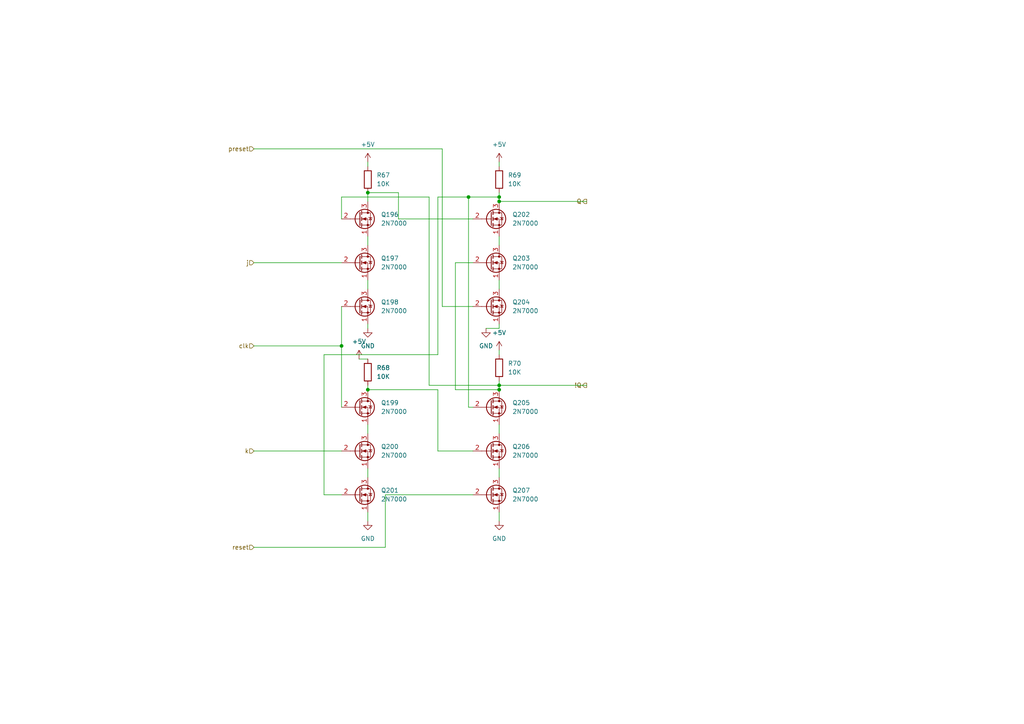
<source format=kicad_sch>
(kicad_sch (version 20231120) (generator "eeschema") (generator_version "8.0")
  (paper "A4")
  (lib_symbols
    (symbol "Device:R" (pin_numbers hide) (pin_names (offset 0))
      (property "Reference" "R" (at 2.032 0 90))
      (property "Value" "R" (at 0 0 90))
      (symbol "R_0_1"
        (rectangle (start -1.016 -2.54) (end 1.016 2.54) (stroke (width 0.254)))
      )
      (symbol "R_1_1"
        (pin passive line (at 0 3.81 270) (length 1.27) (name "~") (number "1"))
        (pin passive line (at 0 -3.81 90) (length 1.27) (name "~") (number "2"))
      )
    )
    (symbol "Transistor_FET:2N7000" (pin_names hide)
      (property "Reference" "Q" (at 5.08 1.905 0))
      (property "Value" "2N7000" (at 5.08 0 0))
      (symbol "2N7000_0_1"
        (polyline (pts (xy 0.254 0) (xy -2.54 0)))
        (polyline (pts (xy 0.254 1.905) (xy 0.254 -1.905)) (stroke (width 0.254)))
        (polyline (pts (xy 0.762 -1.27) (xy 0.762 -2.286)) (stroke (width 0.254)))
        (polyline (pts (xy 0.762 0.508) (xy 0.762 -0.508)) (stroke (width 0.254)))
        (polyline (pts (xy 0.762 2.286) (xy 0.762 1.27)) (stroke (width 0.254)))
        (polyline (pts (xy 2.54 2.54) (xy 2.54 1.778)))
        (polyline (pts (xy 2.54 -2.54) (xy 2.54 0) (xy 0.762 0)))
        (polyline (pts (xy 0.762 -1.778) (xy 3.302 -1.778) (xy 3.302 1.778) (xy 0.762 1.778)))
        (polyline (pts (xy 1.016 0) (xy 2.032 0.381) (xy 2.032 -0.381) (xy 1.016 0)) (fill (type outline)))
        (polyline (pts (xy 2.794 0.508) (xy 2.921 0.381) (xy 3.683 0.381) (xy 3.81 0.254)))
        (polyline (pts (xy 3.302 0.381) (xy 2.921 -0.254) (xy 3.683 -0.254) (xy 3.302 0.381)))
        (circle (center 1.651 0) (radius 2.794) (stroke (width 0.254)))
        (circle (center 2.54 -1.778) (radius 0.254) (fill (type outline)))
        (circle (center 2.54 1.778) (radius 0.254) (fill (type outline)))
      )
      (symbol "2N7000_1_1"
        (pin passive line (at 2.54 -5.08 90) (length 2.54) (name "S") (number "1"))
        (pin input line (at -5.08 0 0) (length 2.54) (name "G") (number "2"))
        (pin passive line (at 2.54 5.08 270) (length 2.54) (name "D") (number "3"))
      )
    )
    (symbol "power:+5V" (power) (pin_names (offset 0))
      (property "Value" "+5V" (at 0 3.556 0))
      (symbol "+5V_0_1"
        (polyline (pts (xy -0.762 1.27) (xy 0 2.54)))
        (polyline (pts (xy 0 0) (xy 0 2.54)))
        (polyline (pts (xy 0 2.54) (xy 0.762 1.27)))
      )
      (symbol "+5V_1_1"
        (pin power_in line (at 0 0 90) (length 0) hide (name "+5V") (number "1"))
      )
    )
    (symbol "power:GND" (power) (pin_names (offset 0))
      (property "Value" "GND" (at 0 -3.81 0))
      (symbol "GND_0_1"
        (polyline (pts (xy 0 0) (xy 0 -1.27) (xy 1.27 -1.27) (xy 0 -2.54) (xy -1.27 -1.27) (xy 0 -1.27)))
      )
      (symbol "GND_1_1"
        (pin power_in line (at 0 0 270) (length 0) hide (name "GND") (number "1"))
      )
    )
  )
  (junction (at 106.68 113.03))
  (junction (at 144.78 57.15))
  (junction (at 144.78 111.76))
  (junction (at 106.68 55.88))
  (junction (at 144.78 58.42))
  (junction (at 144.78 113.03))
  (junction (at 99.06 100.33))
  (junction (at 135.89 57.15))
  (wire (pts (xy 132.08 76.2) (xy 137.16 76.2)))
  (wire (pts (xy 124.46 111.76) (xy 144.78 111.76)))
  (wire (pts (xy 124.46 57.15) (xy 99.06 57.15)))
  (wire (pts (xy 106.68 68.58) (xy 106.68 71.12)))
  (wire (pts (xy 128.27 88.9) (xy 137.16 88.9)))
  (wire (pts (xy 106.68 111.76) (xy 106.68 113.03)))
  (wire (pts (xy 106.68 123.19) (xy 106.68 125.73)))
  (wire (pts (xy 73.66 76.2) (xy 99.06 76.2)))
  (wire (pts (xy 106.68 93.98) (xy 106.68 95.25)))
  (wire (pts (xy 104.14 104.14) (xy 106.68 104.14)))
  (wire (pts (xy 144.78 110.49) (xy 144.78 111.76)))
  (wire (pts (xy 106.68 46.99) (xy 106.68 48.26)))
  (wire (pts (xy 124.46 57.15) (xy 124.46 111.76)))
  (wire (pts (xy 144.78 68.58) (xy 144.78 71.12)))
  (wire (pts (xy 111.76 158.75) (xy 111.76 143.51)))
  (wire (pts (xy 73.66 43.18) (xy 128.27 43.18)))
  (wire (pts (xy 144.78 81.28) (xy 144.78 83.82)))
  (wire (pts (xy 99.06 100.33) (xy 99.06 118.11)))
  (wire (pts (xy 144.78 93.98) (xy 144.78 95.25)))
  (wire (pts (xy 99.06 57.15) (xy 99.06 63.5)))
  (wire (pts (xy 144.78 55.88) (xy 144.78 57.15)))
  (wire (pts (xy 93.98 143.51) (xy 99.06 143.51)))
  (wire (pts (xy 115.57 63.5) (xy 115.57 55.88)))
  (wire (pts (xy 144.78 46.99) (xy 144.78 48.26)))
  (wire (pts (xy 99.06 88.9) (xy 99.06 100.33)))
  (wire (pts (xy 127 113.03) (xy 127 130.81)))
  (wire (pts (xy 144.78 135.89) (xy 144.78 138.43)))
  (wire (pts (xy 137.16 118.11) (xy 135.89 118.11)))
  (wire (pts (xy 73.66 100.33) (xy 99.06 100.33)))
  (wire (pts (xy 127 57.15) (xy 127 102.87)))
  (wire (pts (xy 128.27 43.18) (xy 128.27 88.9)))
  (wire (pts (xy 111.76 143.51) (xy 137.16 143.51)))
  (wire (pts (xy 144.78 101.6) (xy 144.78 102.87)))
  (wire (pts (xy 73.66 130.81) (xy 99.06 130.81)))
  (wire (pts (xy 144.78 111.76) (xy 144.78 113.03)))
  (wire (pts (xy 144.78 148.59) (xy 144.78 151.13)))
  (wire (pts (xy 73.66 158.75) (xy 111.76 158.75)))
  (wire (pts (xy 127 130.81) (xy 137.16 130.81)))
  (wire (pts (xy 106.68 135.89) (xy 106.68 138.43)))
  (wire (pts (xy 132.08 113.03) (xy 144.78 113.03)))
  (wire (pts (xy 144.78 57.15) (xy 144.78 58.42)))
  (wire (pts (xy 93.98 102.87) (xy 93.98 143.51)))
  (wire (pts (xy 144.78 111.76) (xy 170.18 111.76)))
  (wire (pts (xy 144.78 123.19) (xy 144.78 125.73)))
  (wire (pts (xy 106.68 113.03) (xy 127 113.03)))
  (wire (pts (xy 127 102.87) (xy 93.98 102.87)))
  (wire (pts (xy 115.57 55.88) (xy 106.68 55.88)))
  (wire (pts (xy 106.68 81.28) (xy 106.68 83.82)))
  (wire (pts (xy 140.97 95.25) (xy 144.78 95.25)))
  (wire (pts (xy 135.89 118.11) (xy 135.89 57.15)))
  (wire (pts (xy 106.68 55.88) (xy 106.68 58.42)))
  (wire (pts (xy 135.89 57.15) (xy 144.78 57.15)))
  (wire (pts (xy 132.08 113.03) (xy 132.08 76.2)))
  (wire (pts (xy 106.68 148.59) (xy 106.68 151.13)))
  (wire (pts (xy 137.16 63.5) (xy 115.57 63.5)))
  (wire (pts (xy 144.78 58.42) (xy 170.18 58.42)))
  (wire (pts (xy 127 57.15) (xy 135.89 57.15)))
  (hierarchical_label "k" (shape input) (at 73.66 130.81 180))
  (hierarchical_label "clk" (shape input) (at 73.66 100.33 180))
  (hierarchical_label "Q" (shape output) (at 170.18 58.42 180))
  (hierarchical_label "reset" (shape input) (at 73.66 158.75 180))
  (hierarchical_label "preset" (shape input) (at 73.66 43.18 180))
  (hierarchical_label "!Q" (shape output) (at 170.18 111.76 180))
  (hierarchical_label "j" (shape input) (at 73.66 76.2 180))
  (symbol (lib_id "Device:R") (at 144.78 52.07 0) (unit 1)
    (property "Reference" "R69" (at 147.32 50.7999 0) (effects (justify left)))
    (property "Value" "10K" (at 147.32 53.3399 0) (effects (justify left)))
    (property "Footprint" "Resistor_THT:R_Axial_DIN0204_L3.6mm_D1.6mm_P5.08mm_Horizontal" (effects (hide yes)))
    (property "Description" "Resistor" (effects (hide yes)))
  )
  (symbol (lib_id "Transistor_FET:2N7000") (at 142.24 143.51 0) (unit 1)
    (property "Reference" "Q207" (at 148.59 142.2399 0) (effects (justify left)))
    (property "Value" "2N7000" (at 148.59 144.7799 0) (effects (justify left)))
    (property "Footprint" "Package_TO_SOT_THT:TO-92_Inline" (effects (hide yes)))
    (property "Datasheet" "https://www.vishay.com/docs/70226/70226.pdf" (effects (hide yes)))
    (property "Description" "0.2A Id, 200V Vds, N-Channel MOSFET, 2.6V Logic Level, TO-92" (effects (hide yes)))
  )
  (symbol (lib_id "Transistor_FET:2N7000") (at 104.14 63.5 0) (unit 1)
    (property "Reference" "Q196" (at 110.49 62.2299 0) (effects (justify left)))
    (property "Value" "2N7000" (at 110.49 64.7699 0) (effects (justify left)))
    (property "Footprint" "Package_TO_SOT_THT:TO-92_Inline" (effects (hide yes)))
    (property "Datasheet" "https://www.vishay.com/docs/70226/70226.pdf" (effects (hide yes)))
    (property "Description" "0.2A Id, 200V Vds, N-Channel MOSFET, 2.6V Logic Level, TO-92" (effects (hide yes)))
  )
  (symbol (lib_id "Device:R") (at 144.78 106.68 0) (unit 1)
    (property "Reference" "R70" (at 147.32 105.4099 0) (effects (justify left)))
    (property "Value" "10K" (at 147.32 107.9499 0) (effects (justify left)))
    (property "Footprint" "Resistor_THT:R_Axial_DIN0204_L3.6mm_D1.6mm_P5.08mm_Horizontal" (effects (hide yes)))
    (property "Description" "Resistor" (effects (hide yes)))
  )
  (symbol (lib_id "Transistor_FET:2N7000") (at 104.14 76.2 0) (unit 1)
    (property "Reference" "Q197" (at 110.49 74.9299 0) (effects (justify left)))
    (property "Value" "2N7000" (at 110.49 77.4699 0) (effects (justify left)))
    (property "Footprint" "Package_TO_SOT_THT:TO-92_Inline" (effects (hide yes)))
    (property "Datasheet" "https://www.vishay.com/docs/70226/70226.pdf" (effects (hide yes)))
    (property "Description" "0.2A Id, 200V Vds, N-Channel MOSFET, 2.6V Logic Level, TO-92" (effects (hide yes)))
  )
  (symbol (lib_id "power:GND") (at 144.78 151.13 0) (unit 1)
    (property "Reference" "#PWR0157" (effects (hide yes)))
    (property "Value" "GND" (at 144.78 156.21 0))
    (property "Description" "Power symbol creates a global label with name \"GND\" , ground" (effects (hide yes)))
  )
  (symbol (lib_id "power:+5V") (at 106.68 46.99 0) (unit 1)
    (property "Reference" "#PWR0151" (effects (hide yes)))
    (property "Value" "+5V" (at 106.68 41.91 0))
    (property "Description" "Power symbol creates a global label with name \"+5V\"" (effects (hide yes)))
  )
  (symbol (lib_id "power:GND") (at 106.68 151.13 0) (unit 1)
    (property "Reference" "#PWR0153" (effects (hide yes)))
    (property "Value" "GND" (at 106.68 156.21 0))
    (property "Description" "Power symbol creates a global label with name \"GND\" , ground" (effects (hide yes)))
  )
  (symbol (lib_id "Transistor_FET:2N7000") (at 104.14 130.81 0) (unit 1)
    (property "Reference" "Q200" (at 110.49 129.5399 0) (effects (justify left)))
    (property "Value" "2N7000" (at 110.49 132.0799 0) (effects (justify left)))
    (property "Footprint" "Package_TO_SOT_THT:TO-92_Inline" (effects (hide yes)))
    (property "Datasheet" "https://www.vishay.com/docs/70226/70226.pdf" (effects (hide yes)))
    (property "Description" "0.2A Id, 200V Vds, N-Channel MOSFET, 2.6V Logic Level, TO-92" (effects (hide yes)))
  )
  (symbol (lib_id "Device:R") (at 106.68 107.95 0) (unit 1)
    (property "Reference" "R68" (at 109.22 106.6799 0) (effects (justify left)))
    (property "Value" "10K" (at 109.22 109.2199 0) (effects (justify left)))
    (property "Footprint" "Resistor_THT:R_Axial_DIN0204_L3.6mm_D1.6mm_P5.08mm_Horizontal" (effects (hide yes)))
    (property "Description" "Resistor" (effects (hide yes)))
  )
  (symbol (lib_id "Transistor_FET:2N7000") (at 104.14 88.9 0) (unit 1)
    (property "Reference" "Q198" (at 110.49 87.6299 0) (effects (justify left)))
    (property "Value" "2N7000" (at 110.49 90.1699 0) (effects (justify left)))
    (property "Footprint" "Package_TO_SOT_THT:TO-92_Inline" (effects (hide yes)))
    (property "Datasheet" "https://www.vishay.com/docs/70226/70226.pdf" (effects (hide yes)))
    (property "Description" "0.2A Id, 200V Vds, N-Channel MOSFET, 2.6V Logic Level, TO-92" (effects (hide yes)))
  )
  (symbol (lib_id "power:+5V") (at 144.78 101.6 0) (unit 1)
    (property "Reference" "#PWR0156" (effects (hide yes)))
    (property "Value" "+5V" (at 144.78 96.52 0))
    (property "Description" "Power symbol creates a global label with name \"+5V\"" (effects (hide yes)))
  )
  (symbol (lib_id "Device:R") (at 106.68 52.07 0) (unit 1)
    (property "Reference" "R67" (at 109.22 50.7999 0) (effects (justify left)))
    (property "Value" "10K" (at 109.22 53.3399 0) (effects (justify left)))
    (property "Footprint" "Resistor_THT:R_Axial_DIN0204_L3.6mm_D1.6mm_P5.08mm_Horizontal" (effects (hide yes)))
    (property "Description" "Resistor" (effects (hide yes)))
  )
  (symbol (lib_id "Transistor_FET:2N7000") (at 104.14 118.11 0) (unit 1)
    (property "Reference" "Q199" (at 110.49 116.8399 0) (effects (justify left)))
    (property "Value" "2N7000" (at 110.49 119.3799 0) (effects (justify left)))
    (property "Footprint" "Package_TO_SOT_THT:TO-92_Inline" (effects (hide yes)))
    (property "Datasheet" "https://www.vishay.com/docs/70226/70226.pdf" (effects (hide yes)))
    (property "Description" "0.2A Id, 200V Vds, N-Channel MOSFET, 2.6V Logic Level, TO-92" (effects (hide yes)))
  )
  (symbol (lib_id "Transistor_FET:2N7000") (at 142.24 63.5 0) (unit 1)
    (property "Reference" "Q202" (at 148.59 62.2299 0) (effects (justify left)))
    (property "Value" "2N7000" (at 148.59 64.7699 0) (effects (justify left)))
    (property "Footprint" "Package_TO_SOT_THT:TO-92_Inline" (effects (hide yes)))
    (property "Datasheet" "https://www.vishay.com/docs/70226/70226.pdf" (effects (hide yes)))
    (property "Description" "0.2A Id, 200V Vds, N-Channel MOSFET, 2.6V Logic Level, TO-92" (effects (hide yes)))
  )
  (symbol (lib_id "Transistor_FET:2N7000") (at 142.24 118.11 0) (unit 1)
    (property "Reference" "Q205" (at 148.59 116.8399 0) (effects (justify left)))
    (property "Value" "2N7000" (at 148.59 119.3799 0) (effects (justify left)))
    (property "Footprint" "Package_TO_SOT_THT:TO-92_Inline" (effects (hide yes)))
    (property "Datasheet" "https://www.vishay.com/docs/70226/70226.pdf" (effects (hide yes)))
    (property "Description" "0.2A Id, 200V Vds, N-Channel MOSFET, 2.6V Logic Level, TO-92" (effects (hide yes)))
  )
  (symbol (lib_id "power:+5V") (at 144.78 46.99 0) (unit 1)
    (property "Reference" "#PWR0155" (effects (hide yes)))
    (property "Value" "+5V" (at 144.78 41.91 0))
    (property "Description" "Power symbol creates a global label with name \"+5V\"" (effects (hide yes)))
  )
  (symbol (lib_id "Transistor_FET:2N7000") (at 142.24 76.2 0) (unit 1)
    (property "Reference" "Q203" (at 148.59 74.9299 0) (effects (justify left)))
    (property "Value" "2N7000" (at 148.59 77.4699 0) (effects (justify left)))
    (property "Footprint" "Package_TO_SOT_THT:TO-92_Inline" (effects (hide yes)))
    (property "Datasheet" "https://www.vishay.com/docs/70226/70226.pdf" (effects (hide yes)))
    (property "Description" "0.2A Id, 200V Vds, N-Channel MOSFET, 2.6V Logic Level, TO-92" (effects (hide yes)))
  )
  (symbol (lib_id "power:+5V") (at 104.14 104.14 0) (unit 1)
    (property "Reference" "#PWR0150" (effects (hide yes)))
    (property "Value" "+5V" (at 104.14 99.06 0))
    (property "Description" "Power symbol creates a global label with name \"+5V\"" (effects (hide yes)))
  )
  (symbol (lib_id "power:GND") (at 140.97 95.25 0) (unit 1)
    (property "Reference" "#PWR0154" (effects (hide yes)))
    (property "Value" "GND" (at 140.97 100.33 0))
    (property "Description" "Power symbol creates a global label with name \"GND\" , ground" (effects (hide yes)))
  )
  (symbol (lib_id "Transistor_FET:2N7000") (at 104.14 143.51 0) (unit 1)
    (property "Reference" "Q201" (at 110.49 142.2399 0) (effects (justify left)))
    (property "Value" "2N7000" (at 110.49 144.7799 0) (effects (justify left)))
    (property "Footprint" "Package_TO_SOT_THT:TO-92_Inline" (effects (hide yes)))
    (property "Datasheet" "https://www.vishay.com/docs/70226/70226.pdf" (effects (hide yes)))
    (property "Description" "0.2A Id, 200V Vds, N-Channel MOSFET, 2.6V Logic Level, TO-92" (effects (hide yes)))
  )
  (symbol (lib_id "Transistor_FET:2N7000") (at 142.24 88.9 0) (unit 1)
    (property "Reference" "Q204" (at 148.59 87.6299 0) (effects (justify left)))
    (property "Value" "2N7000" (at 148.59 90.1699 0) (effects (justify left)))
    (property "Footprint" "Package_TO_SOT_THT:TO-92_Inline" (effects (hide yes)))
    (property "Datasheet" "https://www.vishay.com/docs/70226/70226.pdf" (effects (hide yes)))
    (property "Description" "0.2A Id, 200V Vds, N-Channel MOSFET, 2.6V Logic Level, TO-92" (effects (hide yes)))
  )
  (symbol (lib_id "power:GND") (at 106.68 95.25 0) (unit 1)
    (property "Reference" "#PWR0152" (effects (hide yes)))
    (property "Value" "GND" (at 106.68 100.33 0))
    (property "Description" "Power symbol creates a global label with name \"GND\" , ground" (effects (hide yes)))
  )
  (symbol (lib_id "Transistor_FET:2N7000") (at 142.24 130.81 0) (unit 1)
    (property "Reference" "Q206" (at 148.59 129.5399 0) (effects (justify left)))
    (property "Value" "2N7000" (at 148.59 132.0799 0) (effects (justify left)))
    (property "Footprint" "Package_TO_SOT_THT:TO-92_Inline" (effects (hide yes)))
    (property "Datasheet" "https://www.vishay.com/docs/70226/70226.pdf" (effects (hide yes)))
    (property "Description" "0.2A Id, 200V Vds, N-Channel MOSFET, 2.6V Logic Level, TO-92" (effects (hide yes)))
  )
)
</source>
